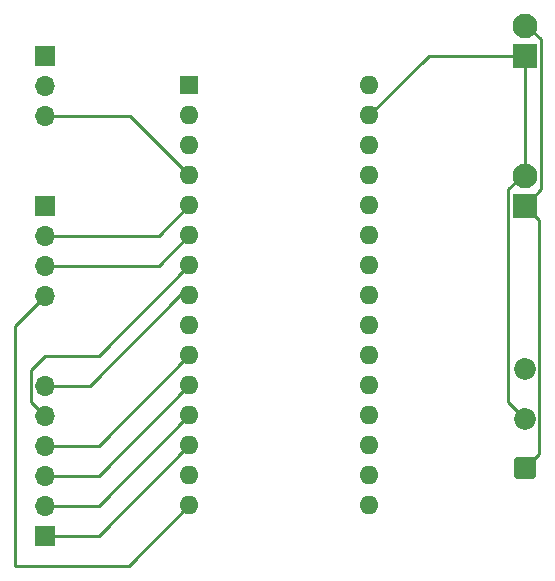
<source format=gbr>
%TF.GenerationSoftware,KiCad,Pcbnew,7.0.9*%
%TF.CreationDate,2023-11-18T21:52:13-06:00*%
%TF.ProjectId,batttlebot_pcb,62617474-746c-4656-926f-745f7063622e,rev?*%
%TF.SameCoordinates,Original*%
%TF.FileFunction,Copper,L1,Top*%
%TF.FilePolarity,Positive*%
%FSLAX46Y46*%
G04 Gerber Fmt 4.6, Leading zero omitted, Abs format (unit mm)*
G04 Created by KiCad (PCBNEW 7.0.9) date 2023-11-18 21:52:13*
%MOMM*%
%LPD*%
G01*
G04 APERTURE LIST*
G04 Aperture macros list*
%AMRoundRect*
0 Rectangle with rounded corners*
0 $1 Rounding radius*
0 $2 $3 $4 $5 $6 $7 $8 $9 X,Y pos of 4 corners*
0 Add a 4 corners polygon primitive as box body*
4,1,4,$2,$3,$4,$5,$6,$7,$8,$9,$2,$3,0*
0 Add four circle primitives for the rounded corners*
1,1,$1+$1,$2,$3*
1,1,$1+$1,$4,$5*
1,1,$1+$1,$6,$7*
1,1,$1+$1,$8,$9*
0 Add four rect primitives between the rounded corners*
20,1,$1+$1,$2,$3,$4,$5,0*
20,1,$1+$1,$4,$5,$6,$7,0*
20,1,$1+$1,$6,$7,$8,$9,0*
20,1,$1+$1,$8,$9,$2,$3,0*%
G04 Aperture macros list end*
%TA.AperFunction,ComponentPad*%
%ADD10C,1.850000*%
%TD*%
%TA.AperFunction,ComponentPad*%
%ADD11RoundRect,0.250000X0.675000X-0.675000X0.675000X0.675000X-0.675000X0.675000X-0.675000X-0.675000X0*%
%TD*%
%TA.AperFunction,ComponentPad*%
%ADD12R,2.100000X2.100000*%
%TD*%
%TA.AperFunction,ComponentPad*%
%ADD13C,2.100000*%
%TD*%
%TA.AperFunction,ComponentPad*%
%ADD14R,1.700000X1.700000*%
%TD*%
%TA.AperFunction,ComponentPad*%
%ADD15O,1.700000X1.700000*%
%TD*%
%TA.AperFunction,ComponentPad*%
%ADD16R,1.600000X1.600000*%
%TD*%
%TA.AperFunction,ComponentPad*%
%ADD17O,1.600000X1.600000*%
%TD*%
%TA.AperFunction,Conductor*%
%ADD18C,0.250000*%
%TD*%
G04 APERTURE END LIST*
D10*
%TO.P,J6,3,Pin_3*%
%TO.N,/5V*%
X154940000Y-102740000D03*
%TO.P,J6,2,Pin_2*%
%TO.N,GND*%
X154940000Y-106940000D03*
D11*
%TO.P,J6,1,Pin_1*%
%TO.N,/BATT+*%
X154940000Y-111140000D03*
%TD*%
D12*
%TO.P,J5,1,Pin_1*%
%TO.N,/BATT+*%
X154940000Y-88900000D03*
D13*
%TO.P,J5,2,Pin_2*%
%TO.N,GND*%
X154940000Y-86360000D03*
%TD*%
D14*
%TO.P,J2,1,Pin_1*%
%TO.N,Net-(A1-A7)*%
X114300000Y-88900000D03*
D15*
%TO.P,J2,2,Pin_2*%
%TO.N,Net-(A1-D2)*%
X114300000Y-91440000D03*
%TO.P,J2,3,Pin_3*%
%TO.N,Net-(A1-D3)*%
X114300000Y-93980000D03*
%TO.P,J2,4,Pin_4*%
%TO.N,Net-(A1-MISO)*%
X114300000Y-96520000D03*
%TD*%
D14*
%TO.P,J4,1,Pin_1*%
%TO.N,Net-(A1-D10)*%
X114300000Y-116840000D03*
D15*
%TO.P,J4,2,Pin_2*%
%TO.N,Net-(A1-D9)*%
X114300000Y-114300000D03*
%TO.P,J4,3,Pin_3*%
%TO.N,Net-(A1-D8)*%
X114300000Y-111760000D03*
%TO.P,J4,4,Pin_4*%
%TO.N,Net-(A1-D7)*%
X114300000Y-109220000D03*
%TO.P,J4,5,Pin_5*%
%TO.N,Net-(A1-D4)*%
X114300000Y-106680000D03*
%TO.P,J4,6,Pin_6*%
%TO.N,Net-(A1-D5)*%
X114300000Y-104140000D03*
%TD*%
D13*
%TO.P,J3,2,Pin_2*%
%TO.N,/BATT+*%
X154940000Y-73660000D03*
D12*
%TO.P,J3,1,Pin_1*%
%TO.N,GND*%
X154940000Y-76200000D03*
%TD*%
D14*
%TO.P,J1,1,Pin_1*%
%TO.N,/D6*%
X114300000Y-76200000D03*
D15*
%TO.P,J1,2,Pin_2*%
%TO.N,/5V*%
X114300000Y-78740000D03*
%TO.P,J1,3,Pin_3*%
%TO.N,GND*%
X114300000Y-81280000D03*
%TD*%
D16*
%TO.P,A1,1,TX1*%
%TO.N,unconnected-(A1-TX1-Pad1)*%
X126520000Y-78700000D03*
D17*
%TO.P,A1,2,RX1*%
%TO.N,unconnected-(A1-RX1-Pad2)*%
X126520000Y-81240000D03*
%TO.P,A1,3,~{RESET}*%
%TO.N,unconnected-(A1-~{RESET}-Pad3)*%
X126520000Y-83780000D03*
%TO.P,A1,4,GND*%
%TO.N,GND*%
X126520000Y-86320000D03*
%TO.P,A1,5,D2*%
%TO.N,Net-(A1-D2)*%
X126520000Y-88860000D03*
%TO.P,A1,6,D3*%
%TO.N,Net-(A1-D3)*%
X126520000Y-91400000D03*
%TO.P,A1,7,D4*%
%TO.N,Net-(A1-D4)*%
X126520000Y-93940000D03*
%TO.P,A1,8,D5*%
%TO.N,Net-(A1-D5)*%
X126520000Y-96480000D03*
%TO.P,A1,9,D6*%
%TO.N,/D6*%
X126520000Y-99020000D03*
%TO.P,A1,10,D7*%
%TO.N,Net-(A1-D7)*%
X126520000Y-101560000D03*
%TO.P,A1,11,D8*%
%TO.N,Net-(A1-D8)*%
X126520000Y-104100000D03*
%TO.P,A1,12,D9*%
%TO.N,Net-(A1-D9)*%
X126520000Y-106640000D03*
%TO.P,A1,13,D10*%
%TO.N,Net-(A1-D10)*%
X126520000Y-109180000D03*
%TO.P,A1,14,MOSI*%
%TO.N,unconnected-(A1-MOSI-Pad14)*%
X126520000Y-111720000D03*
%TO.P,A1,15,MISO*%
%TO.N,Net-(A1-MISO)*%
X126520000Y-114260000D03*
%TO.P,A1,16,SCK*%
%TO.N,unconnected-(A1-SCK-Pad16)*%
X141760000Y-114260000D03*
%TO.P,A1,17,3V3*%
%TO.N,unconnected-(A1-3V3-Pad17)*%
X141760000Y-111720000D03*
%TO.P,A1,18,AREF*%
%TO.N,unconnected-(A1-AREF-Pad18)*%
X141760000Y-109180000D03*
%TO.P,A1,19,A0*%
%TO.N,unconnected-(A1-A0-Pad19)*%
X141760000Y-106640000D03*
%TO.P,A1,20,A1*%
%TO.N,unconnected-(A1-A1-Pad20)*%
X141760000Y-104100000D03*
%TO.P,A1,21,A2*%
%TO.N,unconnected-(A1-A2-Pad21)*%
X141760000Y-101560000D03*
%TO.P,A1,22,A3*%
%TO.N,unconnected-(A1-A3-Pad22)*%
X141760000Y-99020000D03*
%TO.P,A1,23,SDA/A4*%
%TO.N,unconnected-(A1-SDA{slash}A4-Pad23)*%
X141760000Y-96480000D03*
%TO.P,A1,24,SCL/A5*%
%TO.N,unconnected-(A1-SCL{slash}A5-Pad24)*%
X141760000Y-93940000D03*
%TO.P,A1,25,A6*%
%TO.N,unconnected-(A1-A6-Pad25)*%
X141760000Y-91400000D03*
%TO.P,A1,26,A7*%
%TO.N,Net-(A1-A7)*%
X141760000Y-88860000D03*
%TO.P,A1,27,+5V*%
%TO.N,/5V*%
X141760000Y-86320000D03*
%TO.P,A1,28,~{RESET}*%
%TO.N,unconnected-(A1-~{RESET}-Pad28)*%
X141760000Y-83780000D03*
%TO.P,A1,29,GND*%
%TO.N,GND*%
X141760000Y-81240000D03*
%TO.P,A1,30,VIN*%
%TO.N,unconnected-(A1-VIN-Pad30)*%
X141760000Y-78700000D03*
%TD*%
D18*
%TO.N,GND*%
X146800000Y-76200000D02*
X141760000Y-81240000D01*
X154940000Y-76200000D02*
X146800000Y-76200000D01*
X154940000Y-106940000D02*
X153565000Y-105565000D01*
X154940000Y-86360000D02*
X154940000Y-76200000D01*
X153565000Y-87525000D02*
X154730000Y-86360000D01*
X154730000Y-86360000D02*
X154940000Y-86360000D01*
X153565000Y-105565000D02*
X153565000Y-87525000D01*
%TO.N,/BATT+*%
X154940000Y-88900000D02*
X156190000Y-90150000D01*
X156190000Y-90150000D02*
X156190000Y-109890000D01*
X156190000Y-109890000D02*
X154940000Y-111140000D01*
%TO.N,Net-(A1-MISO)*%
X111760000Y-99060000D02*
X111760000Y-119380000D01*
X114300000Y-96520000D02*
X111760000Y-99060000D01*
X111760000Y-119380000D02*
X121400000Y-119380000D01*
X121400000Y-119380000D02*
X126520000Y-114260000D01*
%TO.N,/BATT+*%
X154940000Y-88900000D02*
X156315000Y-87525000D01*
X156315000Y-87525000D02*
X156315000Y-74825000D01*
X156315000Y-74825000D02*
X155150000Y-73660000D01*
X155150000Y-73660000D02*
X154940000Y-73660000D01*
%TO.N,Net-(A1-D5)*%
X114300000Y-104140000D02*
X118110000Y-104140000D01*
X118110000Y-104140000D02*
X125770000Y-96480000D01*
X125770000Y-96480000D02*
X126520000Y-96480000D01*
%TO.N,GND*%
X114300000Y-81280000D02*
X121480000Y-81280000D01*
X121480000Y-81280000D02*
X126520000Y-86320000D01*
%TO.N,Net-(A1-D2)*%
X114300000Y-91440000D02*
X123940000Y-91440000D01*
X123940000Y-91440000D02*
X126520000Y-88860000D01*
%TO.N,Net-(A1-D3)*%
X114300000Y-93980000D02*
X123940000Y-93980000D01*
X123940000Y-93980000D02*
X126520000Y-91400000D01*
%TO.N,Net-(A1-D4)*%
X114300000Y-106680000D02*
X113125000Y-105505000D01*
X113125000Y-105505000D02*
X113125000Y-102775000D01*
X113125000Y-102775000D02*
X114300000Y-101600000D01*
X114300000Y-101600000D02*
X118860000Y-101600000D01*
X118860000Y-101600000D02*
X126520000Y-93940000D01*
%TO.N,Net-(A1-D7)*%
X114300000Y-109220000D02*
X118860000Y-109220000D01*
X118860000Y-109220000D02*
X126520000Y-101560000D01*
%TO.N,Net-(A1-D8)*%
X114300000Y-111760000D02*
X118860000Y-111760000D01*
X118860000Y-111760000D02*
X126520000Y-104100000D01*
%TO.N,Net-(A1-D9)*%
X114300000Y-114300000D02*
X118860000Y-114300000D01*
X118860000Y-114300000D02*
X126520000Y-106640000D01*
%TO.N,Net-(A1-D10)*%
X114300000Y-116840000D02*
X118860000Y-116840000D01*
X118860000Y-116840000D02*
X126520000Y-109180000D01*
%TD*%
M02*

</source>
